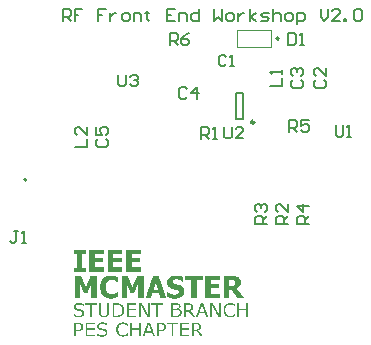
<source format=gbr>
G04*
G04 #@! TF.GenerationSoftware,Altium Limited,Altium Designer,24.9.1 (31)*
G04*
G04 Layer_Color=65535*
%FSLAX25Y25*%
%MOIN*%
G70*
G04*
G04 #@! TF.SameCoordinates,21B9ACB0-0D47-4127-AC64-11D31CE697AE*
G04*
G04*
G04 #@! TF.FilePolarity,Positive*
G04*
G01*
G75*
%ADD10C,0.00984*%
%ADD11C,0.01000*%
%ADD12C,0.00787*%
%ADD13C,0.00394*%
%ADD14C,0.00602*%
G36*
X94320Y34319D02*
X91234D01*
Y33025D01*
X94121D01*
Y31631D01*
X91234D01*
Y29839D01*
X94320D01*
Y28445D01*
X89442D01*
Y35713D01*
X94320D01*
Y34319D01*
D02*
G37*
G36*
X88148D02*
X85062D01*
Y33025D01*
X87949D01*
Y31631D01*
X85062D01*
Y29839D01*
X88148D01*
Y28445D01*
X83270D01*
Y35713D01*
X88148D01*
Y34319D01*
D02*
G37*
G36*
X81976D02*
X78890D01*
Y33025D01*
X81776D01*
Y31631D01*
X78890D01*
Y29839D01*
X81976D01*
Y28445D01*
X77098D01*
Y35713D01*
X81976D01*
Y34319D01*
D02*
G37*
G36*
X75903Y34418D02*
X74808D01*
Y29739D01*
X75903D01*
Y28445D01*
X72021D01*
Y29739D01*
X73016D01*
Y34418D01*
X72021D01*
Y35713D01*
X75903D01*
Y34418D01*
D02*
G37*
G36*
X106863Y27052D02*
X107460D01*
Y26952D01*
X107858D01*
Y26853D01*
X108157D01*
Y26753D01*
X108456D01*
Y25061D01*
X108256D01*
Y25160D01*
X108157D01*
Y25260D01*
X107958D01*
Y25359D01*
X107858D01*
Y25459D01*
X107659D01*
Y25558D01*
X107360D01*
Y25658D01*
X107161D01*
Y25758D01*
X106763D01*
Y25857D01*
X105668D01*
Y25758D01*
X105370D01*
Y25658D01*
X105270D01*
Y25558D01*
X105171D01*
Y25459D01*
X105071D01*
Y25359D01*
X104971D01*
Y24762D01*
X105071D01*
Y24663D01*
X105171D01*
Y24563D01*
X105270D01*
Y24463D01*
X105469D01*
Y24364D01*
X105768D01*
Y24264D01*
X106265D01*
Y24165D01*
X106664D01*
Y24065D01*
X106962D01*
Y23966D01*
X107261D01*
Y23866D01*
X107560D01*
Y23767D01*
X107759D01*
Y23667D01*
X107858D01*
Y23567D01*
X108057D01*
Y23468D01*
X108157D01*
Y23368D01*
X108256D01*
Y23269D01*
X108356D01*
Y23169D01*
X108456D01*
Y23070D01*
X108555D01*
Y22871D01*
X108655D01*
Y22572D01*
X108754D01*
Y21278D01*
X108655D01*
Y20979D01*
X108555D01*
Y20780D01*
X108456D01*
Y20681D01*
X108356D01*
Y20481D01*
X108256D01*
Y20382D01*
X108157D01*
Y20282D01*
X108057D01*
Y20183D01*
X107858D01*
Y20083D01*
X107759D01*
Y19984D01*
X107560D01*
Y19884D01*
X107360D01*
Y19785D01*
X107161D01*
Y19685D01*
X106863D01*
Y19586D01*
X106365D01*
Y19486D01*
X104772D01*
Y19586D01*
X104274D01*
Y19685D01*
X103876D01*
Y19785D01*
X103578D01*
Y19884D01*
X103279D01*
Y19984D01*
X103080D01*
Y21776D01*
X103279D01*
Y21676D01*
X103379D01*
Y21576D01*
X103478D01*
Y21477D01*
X103677D01*
Y21377D01*
X103777D01*
Y21278D01*
X103976D01*
Y21178D01*
X104175D01*
Y21079D01*
X104374D01*
Y20979D01*
X104673D01*
Y20880D01*
X105071D01*
Y20780D01*
X106166D01*
Y20880D01*
X106465D01*
Y20979D01*
X106664D01*
Y21079D01*
X106763D01*
Y21178D01*
X106863D01*
Y21477D01*
X106962D01*
Y21776D01*
X106863D01*
Y21975D01*
X106763D01*
Y22074D01*
X106664D01*
Y22174D01*
X106465D01*
Y22273D01*
X106166D01*
Y22373D01*
X105867D01*
Y22472D01*
X105370D01*
Y22572D01*
X104971D01*
Y22671D01*
X104673D01*
Y22771D01*
X104374D01*
Y22871D01*
X104175D01*
Y22970D01*
X103976D01*
Y23070D01*
X103876D01*
Y23169D01*
X103777D01*
Y23269D01*
X103677D01*
Y23368D01*
X103578D01*
Y23468D01*
X103478D01*
Y23567D01*
X103379D01*
Y23767D01*
X103279D01*
Y23966D01*
X103180D01*
Y24264D01*
X103080D01*
Y25260D01*
X103180D01*
Y25658D01*
X103279D01*
Y25857D01*
X103379D01*
Y25957D01*
X103478D01*
Y26156D01*
X103578D01*
Y26255D01*
X103677D01*
Y26355D01*
X103777D01*
Y26454D01*
X103976D01*
Y26554D01*
X104075D01*
Y26654D01*
X104274D01*
Y26753D01*
X104374D01*
Y26853D01*
X104673D01*
Y26952D01*
X104971D01*
Y27052D01*
X105370D01*
Y27151D01*
X106863D01*
Y27052D01*
D02*
G37*
G36*
X85559Y26952D02*
X85957D01*
Y26853D01*
X86157D01*
Y26753D01*
X86455D01*
Y26654D01*
X86654D01*
Y26554D01*
X86754D01*
Y24862D01*
X86455D01*
Y24961D01*
X86356D01*
Y25061D01*
X86256D01*
Y25160D01*
X86057D01*
Y25260D01*
X85957D01*
Y25359D01*
X85758D01*
Y25459D01*
X85559D01*
Y25558D01*
X85360D01*
Y25658D01*
X85062D01*
Y25758D01*
X84066D01*
Y25658D01*
X83767D01*
Y25558D01*
X83568D01*
Y25459D01*
X83469D01*
Y25359D01*
X83369D01*
Y25260D01*
X83270D01*
Y25160D01*
X83170D01*
Y25061D01*
X83071D01*
Y24961D01*
X82971D01*
Y24762D01*
X82872D01*
Y24563D01*
X82772D01*
Y24264D01*
X82672D01*
Y23767D01*
X82573D01*
Y22871D01*
X82672D01*
Y22273D01*
X82772D01*
Y22074D01*
X82872D01*
Y21875D01*
X82971D01*
Y21676D01*
X83071D01*
Y21576D01*
X83170D01*
Y21477D01*
X83270D01*
Y21377D01*
X83369D01*
Y21278D01*
X83469D01*
Y21178D01*
X83568D01*
Y21079D01*
X83767D01*
Y20979D01*
X84066D01*
Y20880D01*
X85062D01*
Y20979D01*
X85360D01*
Y21079D01*
X85659D01*
Y21178D01*
X85858D01*
Y21278D01*
X85957D01*
Y21377D01*
X86157D01*
Y21477D01*
X86256D01*
Y21576D01*
X86356D01*
Y21676D01*
X86555D01*
Y21776D01*
X86754D01*
Y20083D01*
X86555D01*
Y19984D01*
X86356D01*
Y19884D01*
X86157D01*
Y19785D01*
X85858D01*
Y19685D01*
X85460D01*
Y19586D01*
X85062D01*
Y19486D01*
X83568D01*
Y19586D01*
X83170D01*
Y19685D01*
X82772D01*
Y19785D01*
X82573D01*
Y19884D01*
X82374D01*
Y19984D01*
X82274D01*
Y20083D01*
X82075D01*
Y20183D01*
X81976D01*
Y20282D01*
X81876D01*
Y20382D01*
X81776D01*
Y20481D01*
X81677D01*
Y20581D01*
X81577D01*
Y20681D01*
X81478D01*
Y20780D01*
X81378D01*
Y20979D01*
X81279D01*
Y21079D01*
X81179D01*
Y21278D01*
X81080D01*
Y21477D01*
X80980D01*
Y21776D01*
X80880D01*
Y22174D01*
X80781D01*
Y22871D01*
X80681D01*
Y23667D01*
X80781D01*
Y24463D01*
X80880D01*
Y24762D01*
X80980D01*
Y25061D01*
X81080D01*
Y25260D01*
X81179D01*
Y25459D01*
X81279D01*
Y25658D01*
X81378D01*
Y25758D01*
X81478D01*
Y25957D01*
X81577D01*
Y26056D01*
X81677D01*
Y26156D01*
X81776D01*
Y26255D01*
X81876D01*
Y26355D01*
X81976D01*
Y26454D01*
X82075D01*
Y26554D01*
X82274D01*
Y26654D01*
X82473D01*
Y26753D01*
X82573D01*
Y26853D01*
X82872D01*
Y26952D01*
X83170D01*
Y27052D01*
X85559D01*
Y26952D01*
D02*
G37*
G36*
X95215Y25359D02*
Y25260D01*
Y19685D01*
X93324D01*
Y24264D01*
X93225D01*
Y24065D01*
X93125D01*
Y23767D01*
X93025D01*
Y23567D01*
X92926D01*
Y23368D01*
X92826D01*
Y23070D01*
X92727D01*
Y22871D01*
X92627D01*
Y22572D01*
X92528D01*
Y22373D01*
X92428D01*
Y22174D01*
X92329D01*
Y21875D01*
X92229D01*
Y21676D01*
X92129D01*
Y21477D01*
X92030D01*
Y21377D01*
X90835D01*
Y21477D01*
X90736D01*
Y21676D01*
X90636D01*
Y21975D01*
X90537D01*
Y22174D01*
X90437D01*
Y22373D01*
X90338D01*
Y22671D01*
X90238D01*
Y22871D01*
X90139D01*
Y23169D01*
X90039D01*
Y23368D01*
X89939D01*
Y23567D01*
X89840D01*
Y23866D01*
X89740D01*
Y24065D01*
X89641D01*
Y24264D01*
X89541D01*
Y19685D01*
X87849D01*
Y26952D01*
X89939D01*
Y26753D01*
X90039D01*
Y26554D01*
X90139D01*
Y26255D01*
X90238D01*
Y26056D01*
X90338D01*
Y25857D01*
X90437D01*
Y25658D01*
X90537D01*
Y25359D01*
X90636D01*
Y25160D01*
X90736D01*
Y24961D01*
X90835D01*
Y24762D01*
X90935D01*
Y24463D01*
X91035D01*
Y24264D01*
X91134D01*
Y24065D01*
X91234D01*
Y23866D01*
X91333D01*
Y23567D01*
X91433D01*
Y23368D01*
X91532D01*
Y23567D01*
X91632D01*
Y23767D01*
X91731D01*
Y23966D01*
X91831D01*
Y24264D01*
X91930D01*
Y24463D01*
X92030D01*
Y24663D01*
X92129D01*
Y24862D01*
X92229D01*
Y25160D01*
X92329D01*
Y25359D01*
X92428D01*
Y25558D01*
X92528D01*
Y25758D01*
X92627D01*
Y26056D01*
X92727D01*
Y26255D01*
X92826D01*
Y26454D01*
X92926D01*
Y26753D01*
X93025D01*
Y26952D01*
X95215D01*
Y25359D01*
D02*
G37*
G36*
X79686Y19685D02*
X77794D01*
Y24264D01*
X77695D01*
Y24065D01*
X77595D01*
Y23767D01*
X77496D01*
Y23567D01*
X77396D01*
Y23368D01*
X77297D01*
Y23070D01*
X77197D01*
Y22871D01*
X77098D01*
Y22572D01*
X76998D01*
Y22373D01*
X76898D01*
Y22174D01*
X76799D01*
Y21875D01*
X76699D01*
Y21676D01*
X76600D01*
Y21477D01*
X76500D01*
Y21377D01*
X75306D01*
Y21477D01*
X75206D01*
Y21676D01*
X75107D01*
Y21975D01*
X75007D01*
Y22174D01*
X74907D01*
Y22373D01*
X74808D01*
Y22671D01*
X74708D01*
Y22871D01*
X74609D01*
Y23169D01*
X74509D01*
Y23368D01*
X74410D01*
Y23567D01*
X74310D01*
Y23866D01*
X74211D01*
Y24065D01*
X74111D01*
Y24264D01*
X74012D01*
Y19685D01*
X72319D01*
Y26952D01*
X74410D01*
Y26753D01*
X74509D01*
Y26554D01*
X74609D01*
Y26255D01*
X74708D01*
Y26056D01*
X74808D01*
Y25857D01*
X74907D01*
Y25658D01*
X75007D01*
Y25359D01*
X75107D01*
Y25160D01*
X75206D01*
Y24961D01*
X75306D01*
Y24762D01*
X75405D01*
Y24463D01*
X75505D01*
Y24264D01*
X75604D01*
Y24065D01*
X75704D01*
Y23866D01*
X75804D01*
Y23567D01*
X75903D01*
Y23368D01*
X76003D01*
Y23567D01*
X76102D01*
Y23767D01*
X76202D01*
Y23966D01*
X76301D01*
Y24264D01*
X76401D01*
Y24463D01*
X76500D01*
Y24663D01*
X76600D01*
Y24862D01*
X76699D01*
Y25160D01*
X76799D01*
Y25359D01*
X76898D01*
Y25558D01*
X76998D01*
Y25758D01*
X77098D01*
Y26056D01*
X77197D01*
Y26255D01*
X77297D01*
Y26454D01*
X77396D01*
Y26753D01*
X77496D01*
Y26952D01*
X79686D01*
Y19685D01*
D02*
G37*
G36*
X125777Y26853D02*
X126175D01*
Y26753D01*
X126474D01*
Y26654D01*
X126673D01*
Y26554D01*
X126872D01*
Y26454D01*
X126972D01*
Y26355D01*
X127071D01*
Y26255D01*
X127171D01*
Y26156D01*
X127270D01*
Y26056D01*
X127370D01*
Y25857D01*
X127470D01*
Y25658D01*
X127569D01*
Y25061D01*
X127669D01*
Y24762D01*
X127569D01*
Y24165D01*
X127470D01*
Y23866D01*
X127370D01*
Y23767D01*
X127270D01*
Y23567D01*
X127171D01*
Y23468D01*
X127071D01*
Y23368D01*
X126972D01*
Y23269D01*
X126872D01*
Y23169D01*
X126773D01*
Y23070D01*
X126574D01*
Y22970D01*
X126474D01*
Y22871D01*
X126275D01*
Y22671D01*
X126374D01*
Y22572D01*
X126474D01*
Y22472D01*
X126574D01*
Y22273D01*
X126673D01*
Y22174D01*
X126773D01*
Y22074D01*
X126872D01*
Y21975D01*
X126972D01*
Y21776D01*
X127071D01*
Y21676D01*
X127171D01*
Y21576D01*
X127270D01*
Y21377D01*
X127370D01*
Y21278D01*
X127470D01*
Y21178D01*
X127569D01*
Y21079D01*
X127669D01*
Y20880D01*
X127768D01*
Y20780D01*
X127868D01*
Y20681D01*
X127967D01*
Y20581D01*
X128067D01*
Y20382D01*
X128166D01*
Y20282D01*
X128266D01*
Y20183D01*
X128365D01*
Y19984D01*
X128465D01*
Y19884D01*
X128565D01*
Y19785D01*
X128664D01*
Y19685D01*
X126474D01*
Y19785D01*
X126374D01*
Y19884D01*
X126275D01*
Y19984D01*
X126175D01*
Y20183D01*
X126076D01*
Y20282D01*
X125976D01*
Y20382D01*
X125877D01*
Y20581D01*
X125777D01*
Y20681D01*
X125678D01*
Y20780D01*
X125578D01*
Y20979D01*
X125478D01*
Y21079D01*
X125379D01*
Y21178D01*
X125279D01*
Y21377D01*
X125180D01*
Y21477D01*
X125080D01*
Y21576D01*
X124981D01*
Y21676D01*
X124881D01*
Y21875D01*
X124782D01*
Y21975D01*
X124682D01*
Y22074D01*
X124583D01*
Y22273D01*
X124483D01*
Y22373D01*
X123786D01*
Y19685D01*
X121994D01*
Y26952D01*
X125777D01*
Y26853D01*
D02*
G37*
G36*
X120700Y25558D02*
X117614D01*
Y24264D01*
X120501D01*
Y22871D01*
X117614D01*
Y21079D01*
X120700D01*
Y19685D01*
X115822D01*
Y21676D01*
Y21776D01*
Y26952D01*
X120700D01*
Y25558D01*
D02*
G37*
G36*
X115026D02*
X112935D01*
Y25459D01*
Y19685D01*
X111143D01*
Y25558D01*
X108953D01*
Y26952D01*
X115026D01*
Y25558D01*
D02*
G37*
G36*
X100293Y26753D02*
X100392D01*
Y26454D01*
X100492D01*
Y26156D01*
X100591D01*
Y25857D01*
X100691D01*
Y25558D01*
X100790D01*
Y25260D01*
X100890D01*
Y24961D01*
X100989D01*
Y24663D01*
X101089D01*
Y24364D01*
X101189D01*
Y24165D01*
X101288D01*
Y23866D01*
X101388D01*
Y23567D01*
X101487D01*
Y23269D01*
X101587D01*
Y22970D01*
X101686D01*
Y22671D01*
X101786D01*
Y22373D01*
X101885D01*
Y22074D01*
X101985D01*
Y21776D01*
X102084D01*
Y21477D01*
X102184D01*
Y21178D01*
X102284D01*
Y20880D01*
X102383D01*
Y20581D01*
X102483D01*
Y20282D01*
X102582D01*
Y19984D01*
X102682D01*
Y19685D01*
X100790D01*
Y20083D01*
X100691D01*
Y20382D01*
X100591D01*
Y20681D01*
X100492D01*
Y21079D01*
X100392D01*
Y21178D01*
X98102D01*
Y20979D01*
Y20880D01*
Y20780D01*
X98003D01*
Y20481D01*
X97903D01*
Y20183D01*
X97804D01*
Y19785D01*
X97704D01*
Y19685D01*
X95912D01*
Y19884D01*
X96012D01*
Y20183D01*
X96112D01*
Y20481D01*
X96211D01*
Y20780D01*
X96311D01*
Y21079D01*
X96410D01*
Y21377D01*
X96510D01*
Y21676D01*
X96609D01*
Y21975D01*
X96709D01*
Y22273D01*
X96808D01*
Y22572D01*
X96908D01*
Y22871D01*
X97007D01*
Y23169D01*
X97107D01*
Y23468D01*
X97206D01*
Y23767D01*
X97306D01*
Y24065D01*
X97406D01*
Y24364D01*
X97505D01*
Y24663D01*
X97605D01*
Y24961D01*
X97704D01*
Y25260D01*
X97804D01*
Y25558D01*
X97903D01*
Y25857D01*
X98003D01*
Y26156D01*
X98102D01*
Y26454D01*
X98202D01*
Y26753D01*
X98302D01*
Y26952D01*
X100293D01*
Y26753D01*
D02*
G37*
G36*
X74310Y17893D02*
X74808D01*
Y17794D01*
X75107D01*
Y17694D01*
X75306D01*
Y16997D01*
X75206D01*
Y17097D01*
X75007D01*
Y17196D01*
X74808D01*
Y17296D01*
X74609D01*
Y17395D01*
X74211D01*
Y17495D01*
X73215D01*
Y17395D01*
X73016D01*
Y17296D01*
X72817D01*
Y17196D01*
X72717D01*
Y16997D01*
X72618D01*
Y16400D01*
X72717D01*
Y16300D01*
X72817D01*
Y16201D01*
X72917D01*
Y16101D01*
X73116D01*
Y16002D01*
X73613D01*
Y15902D01*
X74211D01*
Y15803D01*
X74509D01*
Y15703D01*
X74808D01*
Y15604D01*
X75007D01*
Y15504D01*
X75107D01*
Y15404D01*
X75206D01*
Y15305D01*
X75306D01*
Y15106D01*
X75405D01*
Y14110D01*
X75306D01*
Y13911D01*
X75206D01*
Y13812D01*
X75107D01*
Y13712D01*
X75007D01*
Y13612D01*
X74907D01*
Y13513D01*
X74708D01*
Y13413D01*
X74509D01*
Y13314D01*
X74111D01*
Y13214D01*
X72917D01*
Y13314D01*
X72518D01*
Y13413D01*
X72220D01*
Y13513D01*
X72021D01*
Y13612D01*
X71921D01*
Y14309D01*
X72021D01*
Y14210D01*
X72220D01*
Y14110D01*
X72319D01*
Y14011D01*
X72518D01*
Y13911D01*
X72817D01*
Y13812D01*
X73116D01*
Y13712D01*
X74111D01*
Y13812D01*
X74410D01*
Y13911D01*
X74509D01*
Y14011D01*
X74609D01*
Y14110D01*
X74708D01*
Y14210D01*
X74808D01*
Y14807D01*
X74708D01*
Y15006D01*
X74609D01*
Y15106D01*
X74410D01*
Y15205D01*
X74012D01*
Y15305D01*
X73414D01*
Y15404D01*
X73016D01*
Y15504D01*
X72717D01*
Y15604D01*
X72518D01*
Y15703D01*
X72419D01*
Y15803D01*
X72220D01*
Y16002D01*
X72120D01*
Y16201D01*
X72021D01*
Y17196D01*
X72120D01*
Y17296D01*
X72220D01*
Y17495D01*
X72319D01*
Y17594D01*
X72518D01*
Y17694D01*
X72618D01*
Y17794D01*
X72817D01*
Y17893D01*
X73215D01*
Y17993D01*
X74310D01*
Y17893D01*
D02*
G37*
G36*
X124583D02*
X124981D01*
Y17794D01*
X125279D01*
Y17694D01*
X125578D01*
Y17594D01*
X125678D01*
Y16898D01*
X125578D01*
Y16997D01*
X125379D01*
Y17097D01*
X125279D01*
Y17196D01*
X125080D01*
Y17296D01*
X124881D01*
Y17395D01*
X124583D01*
Y17495D01*
X123587D01*
Y17395D01*
X123388D01*
Y17296D01*
X123189D01*
Y17196D01*
X123089D01*
Y17097D01*
X122990D01*
Y16997D01*
X122890D01*
Y16898D01*
X122791D01*
Y16699D01*
X122691D01*
Y16499D01*
X122592D01*
Y16201D01*
X122492D01*
Y15006D01*
X122592D01*
Y14708D01*
X122691D01*
Y14509D01*
X122791D01*
Y14309D01*
X122890D01*
Y14210D01*
X122990D01*
Y14110D01*
X123089D01*
Y14011D01*
X123189D01*
Y13911D01*
X123388D01*
Y13812D01*
X123587D01*
Y13712D01*
X124583D01*
Y13812D01*
X124881D01*
Y13911D01*
X125080D01*
Y14011D01*
X125279D01*
Y14110D01*
X125379D01*
Y14210D01*
X125578D01*
Y14309D01*
X125678D01*
Y13612D01*
X125478D01*
Y13513D01*
X125279D01*
Y13413D01*
X124981D01*
Y13314D01*
X124583D01*
Y13214D01*
X123587D01*
Y13314D01*
X123189D01*
Y13413D01*
X122890D01*
Y13513D01*
X122791D01*
Y13612D01*
X122592D01*
Y13712D01*
X122492D01*
Y13812D01*
X122392D01*
Y13911D01*
X122293D01*
Y14110D01*
X122193D01*
Y14309D01*
X122094D01*
Y14509D01*
X121994D01*
Y14807D01*
X121895D01*
Y16400D01*
X121994D01*
Y16699D01*
X122094D01*
Y16898D01*
X122193D01*
Y17097D01*
X122293D01*
Y17196D01*
X122392D01*
Y17296D01*
X122492D01*
Y17395D01*
X122592D01*
Y17495D01*
X122691D01*
Y17594D01*
X122791D01*
Y17694D01*
X122990D01*
Y17794D01*
X123189D01*
Y17893D01*
X123587D01*
Y17993D01*
X124583D01*
Y17893D01*
D02*
G37*
G36*
X129958Y13314D02*
X129361D01*
Y15604D01*
X127071D01*
Y13314D01*
X126474D01*
Y17893D01*
X127071D01*
Y16101D01*
X129361D01*
Y17893D01*
X129958D01*
Y13314D01*
D02*
G37*
G36*
X120899D02*
X120103D01*
Y13513D01*
X120003D01*
Y13712D01*
X119904D01*
Y13911D01*
X119804D01*
Y14110D01*
X119705D01*
Y14210D01*
X119605D01*
Y14409D01*
X119506D01*
Y14608D01*
X119406D01*
Y14807D01*
X119306D01*
Y15006D01*
X119207D01*
Y15205D01*
X119107D01*
Y15404D01*
X119008D01*
Y15604D01*
X118908D01*
Y15803D01*
X118809D01*
Y16002D01*
X118709D01*
Y16201D01*
X118610D01*
Y16300D01*
X118510D01*
Y16499D01*
X118411D01*
Y16699D01*
X118311D01*
Y16898D01*
X118211D01*
Y17097D01*
X118112D01*
Y17296D01*
X118012D01*
Y13314D01*
X117415D01*
Y16002D01*
Y16101D01*
Y17893D01*
X118411D01*
Y17694D01*
X118510D01*
Y17495D01*
X118610D01*
Y17395D01*
X118709D01*
Y17196D01*
X118809D01*
Y16997D01*
X118908D01*
Y16798D01*
X119008D01*
Y16599D01*
X119107D01*
Y16400D01*
X119207D01*
Y16201D01*
X119306D01*
Y16002D01*
X119406D01*
Y15803D01*
X119506D01*
Y15604D01*
X119605D01*
Y15404D01*
X119705D01*
Y15205D01*
X119804D01*
Y15106D01*
X119904D01*
Y14907D01*
X120003D01*
Y14708D01*
X120103D01*
Y14509D01*
X120202D01*
Y14309D01*
X120302D01*
Y17893D01*
X120899D01*
Y13314D01*
D02*
G37*
G36*
X97206D02*
X96410D01*
Y13513D01*
X96311D01*
Y13712D01*
X96211D01*
Y13911D01*
X96112D01*
Y14110D01*
X96012D01*
Y14210D01*
X95912D01*
Y14409D01*
X95813D01*
Y14608D01*
X95713D01*
Y14807D01*
X95614D01*
Y15006D01*
X95514D01*
Y15205D01*
X95415D01*
Y15404D01*
X95315D01*
Y15604D01*
X95215D01*
Y15803D01*
X95116D01*
Y16002D01*
X95016D01*
Y16201D01*
X94917D01*
Y16300D01*
X94817D01*
Y16499D01*
X94718D01*
Y16699D01*
X94618D01*
Y16898D01*
X94519D01*
Y17097D01*
X94419D01*
Y17296D01*
X94320D01*
Y13314D01*
X93722D01*
Y17893D01*
X94718D01*
Y17694D01*
X94817D01*
Y17495D01*
X94917D01*
Y17395D01*
X95016D01*
Y17196D01*
X95116D01*
Y16997D01*
X95215D01*
Y16798D01*
X95315D01*
Y16599D01*
X95415D01*
Y16400D01*
X95514D01*
Y16201D01*
X95614D01*
Y16002D01*
X95713D01*
Y15803D01*
X95813D01*
Y15604D01*
X95912D01*
Y15404D01*
X96012D01*
Y15205D01*
X96112D01*
Y15106D01*
X96211D01*
Y14907D01*
X96311D01*
Y14708D01*
X96410D01*
Y14509D01*
X96510D01*
Y14309D01*
X96609D01*
Y17893D01*
X97206D01*
Y13314D01*
D02*
G37*
G36*
X83767Y14807D02*
X83668D01*
Y14309D01*
X83568D01*
Y14011D01*
X83469D01*
Y13812D01*
X83369D01*
Y13712D01*
X83270D01*
Y13612D01*
X83170D01*
Y13513D01*
X82971D01*
Y13413D01*
X82772D01*
Y13314D01*
X82473D01*
Y13214D01*
X81478D01*
Y13314D01*
X81179D01*
Y13413D01*
X80980D01*
Y13513D01*
X80781D01*
Y13612D01*
X80681D01*
Y13712D01*
X80582D01*
Y13911D01*
X80482D01*
Y14011D01*
X80383D01*
Y14309D01*
X80283D01*
Y16201D01*
Y16300D01*
Y17893D01*
X80880D01*
Y14409D01*
X80980D01*
Y14210D01*
X81080D01*
Y14011D01*
X81179D01*
Y13911D01*
X81279D01*
Y13812D01*
X81577D01*
Y13712D01*
X82374D01*
Y13812D01*
X82672D01*
Y13911D01*
X82772D01*
Y14011D01*
X82872D01*
Y14110D01*
X82971D01*
Y14309D01*
X83071D01*
Y14807D01*
X83170D01*
Y17893D01*
X83767D01*
Y14807D01*
D02*
G37*
G36*
X115125Y17694D02*
X115225D01*
Y17395D01*
X115324D01*
Y17097D01*
X115424D01*
Y16798D01*
X115524D01*
Y16599D01*
X115623D01*
Y16300D01*
X115723D01*
Y16002D01*
X115822D01*
Y15703D01*
X115922D01*
Y15504D01*
X116021D01*
Y15205D01*
X116121D01*
Y14907D01*
X116220D01*
Y14608D01*
X116320D01*
Y14309D01*
X116419D01*
Y14110D01*
X116519D01*
Y13812D01*
X116619D01*
Y13513D01*
X116718D01*
Y13314D01*
X116121D01*
Y13413D01*
X116021D01*
Y13712D01*
X115922D01*
Y14011D01*
X115822D01*
Y14309D01*
X115723D01*
Y14608D01*
X113632D01*
Y14309D01*
X113533D01*
Y14011D01*
X113433D01*
Y13712D01*
X113333D01*
Y13612D01*
Y13413D01*
X113234D01*
Y13314D01*
X112637D01*
Y13513D01*
X112736D01*
Y13712D01*
X112836D01*
Y14011D01*
X112935D01*
Y14309D01*
X113035D01*
Y14608D01*
X113134D01*
Y14807D01*
X113234D01*
Y15106D01*
X113333D01*
Y15404D01*
X113433D01*
Y15703D01*
X113533D01*
Y16002D01*
X113632D01*
Y16201D01*
X113732D01*
Y16499D01*
X113831D01*
Y16798D01*
X113931D01*
Y17097D01*
X114030D01*
Y17296D01*
X114130D01*
Y17594D01*
X114229D01*
Y17893D01*
X115125D01*
Y17694D01*
D02*
G37*
G36*
X110646Y17794D02*
X111044D01*
Y17694D01*
X111243D01*
Y17594D01*
X111343D01*
Y17495D01*
X111442D01*
Y17395D01*
X111542D01*
Y17296D01*
X111641D01*
Y17097D01*
X111741D01*
Y16101D01*
X111641D01*
Y15902D01*
X111542D01*
Y15803D01*
X111442D01*
Y15604D01*
X111343D01*
Y15504D01*
X111143D01*
Y15404D01*
X110944D01*
Y15305D01*
X110845D01*
Y15205D01*
X110944D01*
Y15106D01*
X111044D01*
Y15006D01*
X111143D01*
Y14907D01*
X111243D01*
Y14807D01*
X111343D01*
Y14608D01*
X111442D01*
Y14509D01*
X111542D01*
Y14409D01*
X111641D01*
Y14309D01*
X111741D01*
Y14210D01*
X111840D01*
Y14110D01*
X111940D01*
Y14011D01*
X112039D01*
Y13812D01*
X112139D01*
Y13712D01*
X112238D01*
Y13612D01*
X112338D01*
Y13513D01*
X112437D01*
Y13413D01*
X112537D01*
Y13314D01*
X111741D01*
Y13413D01*
X111641D01*
Y13513D01*
X111542D01*
Y13612D01*
X111442D01*
Y13712D01*
X111343D01*
Y13911D01*
X111243D01*
Y14011D01*
X111143D01*
Y14110D01*
X111044D01*
Y14210D01*
X110944D01*
Y14309D01*
X110845D01*
Y14409D01*
X110745D01*
Y14608D01*
X110646D01*
Y14708D01*
X110546D01*
Y14807D01*
X110447D01*
Y14907D01*
X110347D01*
Y15006D01*
X110248D01*
Y15106D01*
X109352D01*
Y14110D01*
Y14011D01*
Y13314D01*
X108754D01*
Y17893D01*
X110646D01*
Y17794D01*
D02*
G37*
G36*
X106664D02*
X106962D01*
Y17694D01*
X107161D01*
Y17594D01*
X107261D01*
Y17495D01*
X107360D01*
Y17395D01*
X107460D01*
Y17097D01*
X107560D01*
Y16699D01*
X107460D01*
Y16400D01*
X107360D01*
Y16300D01*
X107261D01*
Y16201D01*
X107161D01*
Y16101D01*
X107062D01*
Y16002D01*
X106962D01*
Y15902D01*
X107261D01*
Y15803D01*
X107460D01*
Y15703D01*
X107560D01*
Y15604D01*
X107659D01*
Y15504D01*
X107759D01*
Y15305D01*
X107858D01*
Y14907D01*
X107958D01*
Y14509D01*
X107858D01*
Y14210D01*
X107759D01*
Y14011D01*
X107659D01*
Y13812D01*
X107560D01*
Y13712D01*
X107360D01*
Y13612D01*
X107261D01*
Y13513D01*
X107062D01*
Y13413D01*
X106664D01*
Y13314D01*
X104474D01*
Y17893D01*
X106664D01*
Y17794D01*
D02*
G37*
G36*
X101686Y17395D02*
X100093D01*
Y13314D01*
X99496D01*
Y14509D01*
Y14608D01*
Y17395D01*
X97804D01*
Y17893D01*
X101686D01*
Y17395D01*
D02*
G37*
G36*
X92826D02*
X90338D01*
Y16101D01*
X92826D01*
Y15604D01*
X90338D01*
Y13812D01*
X92826D01*
Y13314D01*
X89740D01*
Y17893D01*
X92826D01*
Y17395D01*
D02*
G37*
G36*
X86853Y17794D02*
X87252D01*
Y17694D01*
X87550D01*
Y17594D01*
X87749D01*
Y17495D01*
X87949D01*
Y17395D01*
X88048D01*
Y17296D01*
X88148D01*
Y17196D01*
X88247D01*
Y17097D01*
X88347D01*
Y16997D01*
X88446D01*
Y16798D01*
X88546D01*
Y16599D01*
X88645D01*
Y16300D01*
X88745D01*
Y14907D01*
X88645D01*
Y14608D01*
X88546D01*
Y14409D01*
X88446D01*
Y14309D01*
X88347D01*
Y14110D01*
X88247D01*
Y14011D01*
X88148D01*
Y13911D01*
X88048D01*
Y13812D01*
X87849D01*
Y13712D01*
X87749D01*
Y13612D01*
X87550D01*
Y13513D01*
X87252D01*
Y13413D01*
X86853D01*
Y13314D01*
X84862D01*
Y17594D01*
Y17694D01*
Y17893D01*
X86853D01*
Y17794D01*
D02*
G37*
G36*
X79686Y17395D02*
X78093D01*
Y13314D01*
X77496D01*
Y17395D01*
X75804D01*
Y17893D01*
X79686D01*
Y17395D01*
D02*
G37*
G36*
X82075Y11423D02*
X82573D01*
Y11323D01*
X82872D01*
Y11223D01*
X83071D01*
Y10526D01*
X82971D01*
Y10626D01*
X82772D01*
Y10726D01*
X82573D01*
Y10825D01*
X82374D01*
Y10925D01*
X81976D01*
Y11024D01*
X80980D01*
Y10925D01*
X80781D01*
Y10825D01*
X80582D01*
Y10726D01*
X80482D01*
Y10526D01*
X80383D01*
Y9929D01*
X80482D01*
Y9830D01*
X80582D01*
Y9730D01*
X80681D01*
Y9631D01*
X80880D01*
Y9531D01*
X81378D01*
Y9431D01*
X81976D01*
Y9332D01*
X82274D01*
Y9232D01*
X82573D01*
Y9133D01*
X82772D01*
Y9033D01*
X82872D01*
Y8934D01*
X82971D01*
Y8834D01*
X83071D01*
Y8635D01*
X83170D01*
Y7640D01*
X83071D01*
Y7440D01*
X82971D01*
Y7341D01*
X82872D01*
Y7241D01*
X82772D01*
Y7142D01*
X82672D01*
Y7042D01*
X82473D01*
Y6943D01*
X82274D01*
Y6843D01*
X81876D01*
Y6744D01*
X80681D01*
Y6843D01*
X80283D01*
Y6943D01*
X79984D01*
Y7042D01*
X79785D01*
Y7142D01*
X79686D01*
Y7839D01*
X79785D01*
Y7739D01*
X79984D01*
Y7640D01*
X80084D01*
Y7540D01*
X80283D01*
Y7440D01*
X80582D01*
Y7341D01*
X80880D01*
Y7241D01*
X81876D01*
Y7341D01*
X82175D01*
Y7440D01*
X82274D01*
Y7540D01*
X82374D01*
Y7640D01*
X82473D01*
Y7739D01*
X82573D01*
Y8137D01*
Y8237D01*
Y8336D01*
X82473D01*
Y8535D01*
X82374D01*
Y8635D01*
X82175D01*
Y8735D01*
X81776D01*
Y8834D01*
X81179D01*
Y8934D01*
X80781D01*
Y9033D01*
X80482D01*
Y9133D01*
X80283D01*
Y9232D01*
X80184D01*
Y9332D01*
X79984D01*
Y9531D01*
X79885D01*
Y9730D01*
X79785D01*
Y10726D01*
X79885D01*
Y10825D01*
X79984D01*
Y11024D01*
X80084D01*
Y11124D01*
X80283D01*
Y11223D01*
X80383D01*
Y11323D01*
X80582D01*
Y11423D01*
X80980D01*
Y11522D01*
X82075D01*
Y11423D01*
D02*
G37*
G36*
X88844D02*
X89243D01*
Y11323D01*
X89541D01*
Y11223D01*
X89840D01*
Y11124D01*
X89939D01*
Y10427D01*
X89840D01*
Y10526D01*
X89641D01*
Y10626D01*
X89541D01*
Y10726D01*
X89342D01*
Y10825D01*
X89143D01*
Y10925D01*
X88844D01*
Y11024D01*
X87849D01*
Y10925D01*
X87650D01*
Y10825D01*
X87451D01*
Y10726D01*
X87351D01*
Y10626D01*
X87252D01*
Y10526D01*
X87152D01*
Y10427D01*
X87053D01*
Y10228D01*
X86953D01*
Y10029D01*
X86853D01*
Y9730D01*
X86754D01*
Y8535D01*
X86853D01*
Y8237D01*
X86953D01*
Y8038D01*
X87053D01*
Y7839D01*
X87152D01*
Y7739D01*
X87252D01*
Y7640D01*
X87351D01*
Y7540D01*
X87451D01*
Y7440D01*
X87650D01*
Y7341D01*
X87849D01*
Y7241D01*
X88844D01*
Y7341D01*
X89143D01*
Y7440D01*
X89342D01*
Y7540D01*
X89541D01*
Y7640D01*
X89641D01*
Y7739D01*
X89840D01*
Y7839D01*
X89939D01*
Y7142D01*
X89740D01*
Y7042D01*
X89541D01*
Y6943D01*
X89243D01*
Y6843D01*
X88844D01*
Y6744D01*
X87849D01*
Y6843D01*
X87451D01*
Y6943D01*
X87152D01*
Y7042D01*
X87053D01*
Y7142D01*
X86853D01*
Y7241D01*
X86754D01*
Y7341D01*
X86654D01*
Y7440D01*
X86555D01*
Y7640D01*
X86455D01*
Y7839D01*
X86356D01*
Y8038D01*
X86256D01*
Y8336D01*
X86157D01*
Y9929D01*
X86256D01*
Y10228D01*
X86356D01*
Y10427D01*
X86455D01*
Y10626D01*
X86555D01*
Y10726D01*
X86654D01*
Y10825D01*
X86754D01*
Y10925D01*
X86853D01*
Y11024D01*
X86953D01*
Y11124D01*
X87053D01*
Y11223D01*
X87252D01*
Y11323D01*
X87451D01*
Y11423D01*
X87849D01*
Y11522D01*
X88844D01*
Y11423D01*
D02*
G37*
G36*
X94220Y6843D02*
X93623D01*
Y9133D01*
X91333D01*
Y6843D01*
X90736D01*
Y11423D01*
X91333D01*
Y9631D01*
X93623D01*
Y11423D01*
X94220D01*
Y6843D01*
D02*
G37*
G36*
X113234Y11323D02*
X113632D01*
Y11223D01*
X113831D01*
Y11124D01*
X113931D01*
Y11024D01*
X114030D01*
Y10925D01*
X114130D01*
Y10825D01*
X114229D01*
Y10626D01*
X114329D01*
Y9631D01*
X114229D01*
Y9431D01*
X114130D01*
Y9332D01*
X114030D01*
Y9133D01*
X113931D01*
Y9033D01*
X113732D01*
Y8934D01*
X113533D01*
Y8834D01*
X113433D01*
Y8735D01*
X113533D01*
Y8635D01*
X113632D01*
Y8535D01*
X113732D01*
Y8436D01*
X113831D01*
Y8336D01*
X113931D01*
Y8137D01*
X114030D01*
Y8038D01*
X114130D01*
Y7938D01*
X114229D01*
Y7839D01*
X114329D01*
Y7739D01*
X114428D01*
Y7640D01*
X114528D01*
Y7540D01*
X114628D01*
Y7341D01*
X114727D01*
Y7241D01*
X114827D01*
Y7142D01*
X114926D01*
Y7042D01*
X115026D01*
Y6943D01*
X115125D01*
Y6843D01*
X114329D01*
Y6943D01*
X114229D01*
Y7042D01*
X114130D01*
Y7142D01*
X114030D01*
Y7241D01*
X113931D01*
Y7440D01*
X113831D01*
Y7540D01*
X113732D01*
Y7640D01*
X113632D01*
Y7739D01*
X113533D01*
Y7839D01*
X113433D01*
Y7938D01*
X113333D01*
Y8137D01*
X113234D01*
Y8237D01*
X113134D01*
Y8336D01*
X113035D01*
Y8436D01*
X112935D01*
Y8535D01*
X112836D01*
Y8635D01*
X111940D01*
Y6843D01*
X111343D01*
Y11423D01*
X113234D01*
Y11323D01*
D02*
G37*
G36*
X110447Y10925D02*
X107958D01*
Y9631D01*
X110447D01*
Y9133D01*
X107958D01*
Y7341D01*
X110447D01*
Y6843D01*
X107360D01*
Y11423D01*
X110447D01*
Y10925D01*
D02*
G37*
G36*
X106763D02*
X105171D01*
Y6843D01*
X104573D01*
Y10925D01*
X102881D01*
Y11423D01*
X106763D01*
Y10925D01*
D02*
G37*
G36*
X101487Y11323D02*
X101885D01*
Y11223D01*
X102084D01*
Y11124D01*
X102284D01*
Y11024D01*
X102383D01*
Y10925D01*
X102483D01*
Y10726D01*
X102582D01*
Y10526D01*
X102682D01*
Y9531D01*
X102582D01*
Y9332D01*
X102483D01*
Y9133D01*
X102383D01*
Y9033D01*
X102284D01*
Y8934D01*
X102184D01*
Y8834D01*
X101985D01*
Y8735D01*
X101786D01*
Y8635D01*
X101487D01*
Y8535D01*
X100293D01*
Y6843D01*
X99695D01*
Y11423D01*
X101487D01*
Y11323D01*
D02*
G37*
G36*
X97406Y11223D02*
X97505D01*
Y10925D01*
X97605D01*
Y10626D01*
X97704D01*
Y10327D01*
X97804D01*
Y10128D01*
X97903D01*
Y9830D01*
X98003D01*
Y9531D01*
X98102D01*
Y9232D01*
X98202D01*
Y9033D01*
X98302D01*
Y8735D01*
X98401D01*
Y8436D01*
X98501D01*
Y8137D01*
X98600D01*
Y7839D01*
X98700D01*
Y7640D01*
X98799D01*
Y7341D01*
X98899D01*
Y7042D01*
X98998D01*
Y6843D01*
X98401D01*
Y6943D01*
X98302D01*
Y7241D01*
X98202D01*
Y7540D01*
X98102D01*
Y7839D01*
X98003D01*
Y8137D01*
X95912D01*
Y7839D01*
X95813D01*
Y7540D01*
X95713D01*
Y7241D01*
X95614D01*
Y6943D01*
X95514D01*
Y6843D01*
X94917D01*
Y7042D01*
X95016D01*
Y7241D01*
X95116D01*
Y7540D01*
X95215D01*
Y7839D01*
X95315D01*
Y8137D01*
X95415D01*
Y8336D01*
X95514D01*
Y8635D01*
X95614D01*
Y8934D01*
X95713D01*
Y9232D01*
X95813D01*
Y9531D01*
X95912D01*
Y9730D01*
X96012D01*
Y10029D01*
X96112D01*
Y10327D01*
X96211D01*
Y10626D01*
X96311D01*
Y10825D01*
X96410D01*
Y11124D01*
X96510D01*
Y11423D01*
X97406D01*
Y11223D01*
D02*
G37*
G36*
X78989Y10925D02*
X76500D01*
Y9631D01*
X78989D01*
Y9133D01*
X76500D01*
Y7341D01*
X78989D01*
Y6843D01*
X75903D01*
Y11423D01*
X78989D01*
Y10925D01*
D02*
G37*
G36*
X73912Y11323D02*
X74310D01*
Y11223D01*
X74509D01*
Y11124D01*
X74708D01*
Y11024D01*
X74808D01*
Y10925D01*
X74907D01*
Y10726D01*
X75007D01*
Y10526D01*
X75107D01*
Y9531D01*
X75007D01*
Y9332D01*
X74907D01*
Y9133D01*
X74808D01*
Y9033D01*
X74708D01*
Y8934D01*
X74609D01*
Y8834D01*
X74410D01*
Y8735D01*
X74211D01*
Y8635D01*
X73912D01*
Y8535D01*
X72717D01*
Y6843D01*
X72120D01*
Y11423D01*
X73912D01*
Y11323D01*
D02*
G37*
%LPC*%
G36*
X125080Y25658D02*
X123786D01*
Y23667D01*
X124981D01*
Y23767D01*
X125279D01*
Y23866D01*
X125379D01*
Y23966D01*
X125478D01*
Y24065D01*
X125578D01*
Y24165D01*
X125678D01*
Y24463D01*
X125777D01*
Y24961D01*
X125678D01*
Y25260D01*
X125578D01*
Y25359D01*
X125478D01*
Y25459D01*
X125379D01*
Y25558D01*
X125080D01*
Y25658D01*
D02*
G37*
G36*
X99297Y24762D02*
X99198D01*
Y24364D01*
X99098D01*
Y24065D01*
X98998D01*
Y23767D01*
X98899D01*
Y23468D01*
X98799D01*
Y23070D01*
X98700D01*
Y22771D01*
X98600D01*
Y22472D01*
X99994D01*
Y22671D01*
X99894D01*
Y22970D01*
X99795D01*
Y23368D01*
X99695D01*
Y23667D01*
X99596D01*
Y23966D01*
X99496D01*
Y24264D01*
X99397D01*
Y24663D01*
X99297D01*
Y24762D01*
D02*
G37*
G36*
X114727Y17296D02*
X114628D01*
Y17097D01*
X114528D01*
Y16798D01*
X114428D01*
Y16499D01*
X114329D01*
Y16300D01*
X114229D01*
Y16002D01*
X114130D01*
Y15703D01*
X114030D01*
Y15404D01*
X113931D01*
Y15205D01*
Y15106D01*
X115424D01*
Y15404D01*
X115324D01*
Y15703D01*
X115225D01*
Y16002D01*
X115125D01*
Y16201D01*
X115026D01*
Y16499D01*
X114926D01*
Y16798D01*
X114827D01*
Y17097D01*
X114727D01*
Y17296D01*
D02*
G37*
G36*
X110646Y17395D02*
X109352D01*
Y17296D01*
Y15604D01*
X110546D01*
Y15703D01*
X110745D01*
Y15803D01*
X110845D01*
Y15902D01*
X110944D01*
Y16002D01*
X111044D01*
Y16201D01*
X111143D01*
Y16898D01*
X111044D01*
Y17097D01*
X110944D01*
Y17196D01*
X110845D01*
Y17296D01*
X110646D01*
Y17395D01*
D02*
G37*
G36*
X106465D02*
X105071D01*
Y16101D01*
X106465D01*
Y16201D01*
X106664D01*
Y16300D01*
X106763D01*
Y16400D01*
X106863D01*
Y17196D01*
X106763D01*
Y17296D01*
X106465D01*
Y17395D01*
D02*
G37*
G36*
X106664Y15604D02*
X105071D01*
Y13812D01*
X106564D01*
Y13911D01*
X106863D01*
Y14011D01*
X106962D01*
Y14110D01*
X107062D01*
Y14210D01*
X107161D01*
Y14309D01*
X107261D01*
Y14807D01*
Y14907D01*
Y15205D01*
X107161D01*
Y15305D01*
X107062D01*
Y15404D01*
X106962D01*
Y15504D01*
X106664D01*
Y15604D01*
D02*
G37*
G36*
X86754Y17395D02*
X85460D01*
Y13812D01*
X86754D01*
Y13911D01*
X87152D01*
Y14011D01*
X87351D01*
Y14110D01*
X87550D01*
Y14210D01*
X87650D01*
Y14309D01*
X87749D01*
Y14409D01*
X87849D01*
Y14608D01*
X87949D01*
Y14807D01*
X88048D01*
Y15106D01*
X88148D01*
Y16101D01*
X88048D01*
Y16400D01*
X87949D01*
Y16599D01*
X87849D01*
Y16798D01*
X87749D01*
Y16898D01*
X87650D01*
Y16997D01*
X87550D01*
Y17097D01*
X87351D01*
Y17196D01*
X87152D01*
Y17296D01*
X86754D01*
Y17395D01*
D02*
G37*
G36*
X113234Y10925D02*
X111940D01*
Y9133D01*
X113134D01*
Y9232D01*
X113333D01*
Y9332D01*
X113433D01*
Y9431D01*
X113533D01*
Y9531D01*
X113632D01*
Y9730D01*
X113732D01*
Y10427D01*
X113632D01*
Y10626D01*
X113533D01*
Y10726D01*
X113433D01*
Y10825D01*
X113234D01*
Y10925D01*
D02*
G37*
G36*
X101487D02*
X100293D01*
Y9033D01*
X101388D01*
Y9133D01*
X101587D01*
Y9232D01*
X101786D01*
Y9332D01*
X101885D01*
Y9531D01*
X101985D01*
Y9730D01*
X102084D01*
Y10327D01*
X101985D01*
Y10526D01*
X101885D01*
Y10626D01*
X101786D01*
Y10726D01*
X101686D01*
Y10825D01*
X101487D01*
Y10925D01*
D02*
G37*
G36*
X97007Y10825D02*
X96908D01*
Y10626D01*
X96808D01*
Y10327D01*
X96709D01*
Y10029D01*
X96609D01*
Y9830D01*
X96510D01*
Y9730D01*
Y9531D01*
X96410D01*
Y9232D01*
X96311D01*
Y8934D01*
X96211D01*
Y8635D01*
X97704D01*
Y8934D01*
X97605D01*
Y9232D01*
X97505D01*
Y9531D01*
X97406D01*
Y9730D01*
X97306D01*
Y10029D01*
X97206D01*
Y10327D01*
X97107D01*
Y10626D01*
X97007D01*
Y10825D01*
D02*
G37*
G36*
X73912Y10925D02*
X72717D01*
Y9033D01*
X73813D01*
Y9133D01*
X74012D01*
Y9232D01*
X74211D01*
Y9332D01*
X74310D01*
Y9531D01*
X74410D01*
Y9730D01*
X74509D01*
Y10327D01*
X74410D01*
Y10526D01*
X74310D01*
Y10626D01*
X74211D01*
Y10726D01*
X74111D01*
Y10825D01*
X73912D01*
Y10925D01*
D02*
G37*
%LPD*%
D10*
X132076Y78256D02*
G03*
X132076Y78256I-492J0D01*
G01*
D11*
X140157Y106102D02*
G03*
X140157Y106102I-278J0D01*
G01*
D12*
X56102Y59055D02*
G03*
X56102Y59055I-394J0D01*
G01*
X125974Y88098D02*
X128336D01*
X125974Y79437D02*
X128336D01*
X125974D02*
Y88098D01*
X128336Y79437D02*
Y88098D01*
D13*
X137714Y103347D02*
Y108858D01*
X126296Y103347D02*
X137714D01*
X126296D02*
Y108858D01*
X137714D01*
D14*
X68257Y112151D02*
Y116086D01*
X70225D01*
X70881Y115430D01*
Y114118D01*
X70225Y113462D01*
X68257D01*
X69569D02*
X70881Y112151D01*
X74817Y116086D02*
X72193D01*
Y114118D01*
X73505D01*
X72193D01*
Y112151D01*
X82689Y116086D02*
X80065D01*
Y114118D01*
X81377D01*
X80065D01*
Y112151D01*
X84000Y114774D02*
Y112151D01*
Y113462D01*
X84657Y114118D01*
X85312Y114774D01*
X85968D01*
X88592Y112151D02*
X89904D01*
X90560Y112806D01*
Y114118D01*
X89904Y114774D01*
X88592D01*
X87936Y114118D01*
Y112806D01*
X88592Y112151D01*
X91872D02*
Y114774D01*
X93840D01*
X94496Y114118D01*
Y112151D01*
X96464Y115430D02*
Y114774D01*
X95808D01*
X97120D01*
X96464D01*
Y112806D01*
X97120Y112151D01*
X105647Y116086D02*
X103023D01*
Y112151D01*
X105647D01*
X103023Y114118D02*
X104335D01*
X106959Y112151D02*
Y114774D01*
X108927D01*
X109583Y114118D01*
Y112151D01*
X113519Y116086D02*
Y112151D01*
X111551D01*
X110895Y112806D01*
Y114118D01*
X111551Y114774D01*
X113519D01*
X118766Y116086D02*
Y112151D01*
X120078Y113462D01*
X121390Y112151D01*
Y116086D01*
X123358Y112151D02*
X124670D01*
X125326Y112806D01*
Y114118D01*
X124670Y114774D01*
X123358D01*
X122702Y114118D01*
Y112806D01*
X123358Y112151D01*
X126638Y114774D02*
Y112151D01*
Y113462D01*
X127294Y114118D01*
X127950Y114774D01*
X128605D01*
X130573Y112151D02*
Y116086D01*
Y113462D02*
X132541Y114774D01*
X130573Y113462D02*
X132541Y112151D01*
X134509D02*
X136477D01*
X137133Y112806D01*
X136477Y113462D01*
X135165D01*
X134509Y114118D01*
X135165Y114774D01*
X137133D01*
X138445Y116086D02*
Y112151D01*
Y114118D01*
X139101Y114774D01*
X140413D01*
X141069Y114118D01*
Y112151D01*
X143037D02*
X144349D01*
X145004Y112806D01*
Y114118D01*
X144349Y114774D01*
X143037D01*
X142381Y114118D01*
Y112806D01*
X143037Y112151D01*
X146316Y110839D02*
Y114774D01*
X148284D01*
X148940Y114118D01*
Y112806D01*
X148284Y112151D01*
X146316D01*
X154188Y116086D02*
Y113462D01*
X155500Y112151D01*
X156812Y113462D01*
Y116086D01*
X160747Y112151D02*
X158124D01*
X160747Y114774D01*
Y115430D01*
X160091Y116086D01*
X158780D01*
X158124Y115430D01*
X162059Y112151D02*
Y112806D01*
X162715D01*
Y112151D01*
X162059D01*
X165339Y115430D02*
X165995Y116086D01*
X167307D01*
X167963Y115430D01*
Y112806D01*
X167307Y112151D01*
X165995D01*
X165339Y112806D01*
Y115430D01*
X122835Y100131D02*
X122179Y100787D01*
X120867D01*
X120211Y100131D01*
Y97507D01*
X120867Y96851D01*
X122179D01*
X122835Y97507D01*
X124147Y96851D02*
X125459D01*
X124802D01*
Y100787D01*
X124147Y100131D01*
X86800Y94136D02*
Y90856D01*
X87456Y90200D01*
X88768D01*
X89424Y90856D01*
Y94136D01*
X90736Y93480D02*
X91392Y94136D01*
X92704D01*
X93360Y93480D01*
Y92824D01*
X92704Y92168D01*
X92048D01*
X92704D01*
X93360Y91512D01*
Y90856D01*
X92704Y90200D01*
X91392D01*
X90736Y90856D01*
X121917Y76771D02*
Y73491D01*
X122573Y72835D01*
X123885D01*
X124541Y73491D01*
Y76771D01*
X128477Y72835D02*
X125853D01*
X128477Y75459D01*
Y76115D01*
X127821Y76771D01*
X126509D01*
X125853Y76115D01*
X159200Y77336D02*
Y74056D01*
X159856Y73400D01*
X161168D01*
X161824Y74056D01*
Y77336D01*
X163136Y73400D02*
X164448D01*
X163792D01*
Y77336D01*
X163136Y76680D01*
X103900Y104100D02*
Y108036D01*
X105868D01*
X106524Y107380D01*
Y106068D01*
X105868Y105412D01*
X103900D01*
X105212D02*
X106524Y104100D01*
X110460Y108036D02*
X109148Y107380D01*
X107836Y106068D01*
Y104756D01*
X108492Y104100D01*
X109804D01*
X110460Y104756D01*
Y105412D01*
X109804Y106068D01*
X107836D01*
X143700Y75000D02*
Y78936D01*
X145668D01*
X146324Y78280D01*
Y76968D01*
X145668Y76312D01*
X143700D01*
X145012D02*
X146324Y75000D01*
X150260Y78936D02*
X147636D01*
Y76968D01*
X148948Y77624D01*
X149604D01*
X150260Y76968D01*
Y75656D01*
X149604Y75000D01*
X148292D01*
X147636Y75656D01*
X150400Y44400D02*
X146464D01*
Y46368D01*
X147120Y47024D01*
X148432D01*
X149088Y46368D01*
Y44400D01*
Y45712D02*
X150400Y47024D01*
Y50304D02*
X146464D01*
X148432Y48336D01*
Y50960D01*
X136400Y44400D02*
X132464D01*
Y46368D01*
X133120Y47024D01*
X134432D01*
X135088Y46368D01*
Y44400D01*
Y45712D02*
X136400Y47024D01*
X133120Y48336D02*
X132464Y48992D01*
Y50304D01*
X133120Y50960D01*
X133776D01*
X134432Y50304D01*
Y49648D01*
Y50304D01*
X135088Y50960D01*
X135744D01*
X136400Y50304D01*
Y48992D01*
X135744Y48336D01*
X143306Y44358D02*
X139371D01*
Y46326D01*
X140027Y46982D01*
X141339D01*
X141995Y46326D01*
Y44358D01*
Y45670D02*
X143306Y46982D01*
Y50918D02*
Y48294D01*
X140683Y50918D01*
X140027D01*
X139371Y50262D01*
Y48950D01*
X140027Y48294D01*
X114300Y72600D02*
Y76536D01*
X116268D01*
X116924Y75880D01*
Y74568D01*
X116268Y73912D01*
X114300D01*
X115612D02*
X116924Y72600D01*
X118236D02*
X119548D01*
X118892D01*
Y76536D01*
X118236Y75880D01*
X72264Y70000D02*
X76200D01*
Y72624D01*
Y76560D02*
Y73936D01*
X73576Y76560D01*
X72920D01*
X72264Y75904D01*
Y74592D01*
X72920Y73936D01*
X137264Y90290D02*
X141200D01*
Y92913D01*
Y94225D02*
Y95537D01*
Y94881D01*
X137264D01*
X137920Y94225D01*
X53224Y41836D02*
X51912D01*
X52568D01*
Y38556D01*
X51912Y37900D01*
X51256D01*
X50600Y38556D01*
X54536Y37900D02*
X55848D01*
X55192D01*
Y41836D01*
X54536Y41180D01*
X143300Y108036D02*
Y104100D01*
X145268D01*
X145924Y104756D01*
Y107380D01*
X145268Y108036D01*
X143300D01*
X147236Y104100D02*
X148548D01*
X147892D01*
Y108036D01*
X147236Y107380D01*
X80120Y72624D02*
X79464Y71968D01*
Y70656D01*
X80120Y70000D01*
X82744D01*
X83400Y70656D01*
Y71968D01*
X82744Y72624D01*
X79464Y76560D02*
Y73936D01*
X81432D01*
X80776Y75248D01*
Y75904D01*
X81432Y76560D01*
X82744D01*
X83400Y75904D01*
Y74592D01*
X82744Y73936D01*
X109624Y89180D02*
X108968Y89836D01*
X107656D01*
X107000Y89180D01*
Y86556D01*
X107656Y85900D01*
X108968D01*
X109624Y86556D01*
X112904Y85900D02*
Y89836D01*
X110936Y87868D01*
X113560D01*
X145161Y92257D02*
X144506Y91602D01*
Y90290D01*
X145161Y89634D01*
X147785D01*
X148441Y90290D01*
Y91602D01*
X147785Y92257D01*
X145161Y93569D02*
X144506Y94225D01*
Y95537D01*
X145161Y96193D01*
X145817D01*
X146473Y95537D01*
Y94881D01*
Y95537D01*
X147129Y96193D01*
X147785D01*
X148441Y95537D01*
Y94225D01*
X147785Y93569D01*
X152642Y92257D02*
X151986Y91602D01*
Y90290D01*
X152642Y89634D01*
X155266D01*
X155922Y90290D01*
Y91602D01*
X155266Y92257D01*
X155922Y96193D02*
Y93569D01*
X153298Y96193D01*
X152642D01*
X151986Y95537D01*
Y94225D01*
X152642Y93569D01*
M02*

</source>
